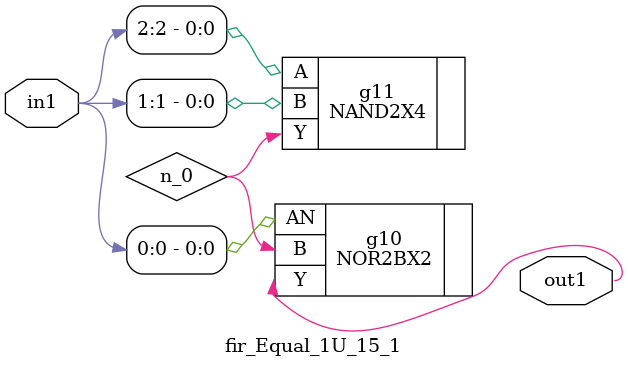
<source format=v>
`timescale 1ps / 1ps


module fir_Equal_1U_15_1(in1, out1);
  input [2:0] in1;
  output out1;
  wire [2:0] in1;
  wire out1;
  wire n_0;
  NOR2BX2 g10(.AN (in1[0]), .B (n_0), .Y (out1));
  NAND2X4 g11(.A (in1[2]), .B (in1[1]), .Y (n_0));
endmodule



</source>
